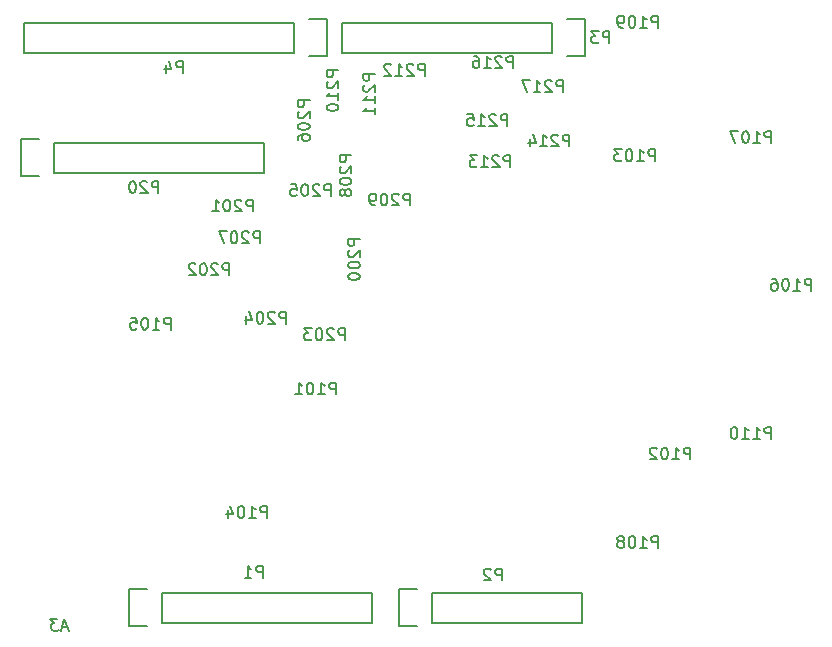
<source format=gbo>
G04 #@! TF.FileFunction,Legend,Bot*
%FSLAX46Y46*%
G04 Gerber Fmt 4.6, Leading zero omitted, Abs format (unit mm)*
G04 Created by KiCad (PCBNEW (2016-05-05 BZR 6775)-product) date 2016 August 31, Wednesday 02:40:09*
%MOMM*%
%LPD*%
G01*
G04 APERTURE LIST*
%ADD10C,0.020000*%
%ADD11C,0.150000*%
%ADD12R,1.927200X2.232000*%
%ADD13O,1.927200X2.232000*%
%ADD14C,4.700000*%
%ADD15C,2.700000*%
%ADD16R,2.232000X1.927200*%
%ADD17O,2.232000X1.927200*%
G04 APERTURE END LIST*
D10*
D11*
X92355119Y-151566666D02*
X91878928Y-151566666D01*
X92486071Y-151852380D02*
X92027738Y-150852380D01*
X91819404Y-151852380D01*
X91456309Y-150852380D02*
X90837261Y-150852380D01*
X91218214Y-151233333D01*
X91075357Y-151233333D01*
X90986071Y-151280952D01*
X90944404Y-151328571D01*
X90908690Y-151423809D01*
X90938452Y-151661904D01*
X90997976Y-151757142D01*
X91051547Y-151804761D01*
X91152738Y-151852380D01*
X91438452Y-151852380D01*
X91527738Y-151804761D01*
X91569404Y-151757142D01*
X100330000Y-151169000D02*
X118110000Y-151169000D01*
X118110000Y-151169000D02*
X118110000Y-148629000D01*
X118110000Y-148629000D02*
X100330000Y-148629000D01*
X97510000Y-151449000D02*
X99060000Y-151449000D01*
X100330000Y-151169000D02*
X100330000Y-148629000D01*
X99060000Y-148349000D02*
X97510000Y-148349000D01*
X97510000Y-148349000D02*
X97510000Y-151449000D01*
X123190000Y-151169000D02*
X135890000Y-151169000D01*
X135890000Y-151169000D02*
X135890000Y-148629000D01*
X135890000Y-148629000D02*
X123190000Y-148629000D01*
X120370000Y-151449000D02*
X121920000Y-151449000D01*
X123190000Y-151169000D02*
X123190000Y-148629000D01*
X121920000Y-148349000D02*
X120370000Y-148349000D01*
X120370000Y-148349000D02*
X120370000Y-151449000D01*
X133350000Y-100369000D02*
X115570000Y-100369000D01*
X115570000Y-100369000D02*
X115570000Y-102909000D01*
X115570000Y-102909000D02*
X133350000Y-102909000D01*
X136170000Y-100089000D02*
X134620000Y-100089000D01*
X133350000Y-100369000D02*
X133350000Y-102909000D01*
X134620000Y-103189000D02*
X136170000Y-103189000D01*
X136170000Y-103189000D02*
X136170000Y-100089000D01*
X111506000Y-100369000D02*
X88646000Y-100369000D01*
X88646000Y-100369000D02*
X88646000Y-102909000D01*
X88646000Y-102909000D02*
X111506000Y-102909000D01*
X114326000Y-100089000D02*
X112776000Y-100089000D01*
X111506000Y-100369000D02*
X111506000Y-102909000D01*
X112776000Y-103189000D02*
X114326000Y-103189000D01*
X114326000Y-103189000D02*
X114326000Y-100089000D01*
X91186000Y-110529000D02*
X108966000Y-110529000D01*
X108966000Y-110529000D02*
X108966000Y-113069000D01*
X108966000Y-113069000D02*
X91186000Y-113069000D01*
X88366000Y-110249000D02*
X89916000Y-110249000D01*
X91186000Y-110529000D02*
X91186000Y-113069000D01*
X89916000Y-113349000D02*
X88366000Y-113349000D01*
X88366000Y-113349000D02*
X88366000Y-110249000D01*
X108858095Y-147352380D02*
X108858095Y-146352380D01*
X108477142Y-146352380D01*
X108381904Y-146400000D01*
X108334285Y-146447619D01*
X108286666Y-146542857D01*
X108286666Y-146685714D01*
X108334285Y-146780952D01*
X108381904Y-146828571D01*
X108477142Y-146876190D01*
X108858095Y-146876190D01*
X107334285Y-147352380D02*
X107905714Y-147352380D01*
X107620000Y-147352380D02*
X107620000Y-146352380D01*
X107715238Y-146495238D01*
X107810476Y-146590476D01*
X107905714Y-146638095D01*
X129108095Y-147602380D02*
X129108095Y-146602380D01*
X128727142Y-146602380D01*
X128631904Y-146650000D01*
X128584285Y-146697619D01*
X128536666Y-146792857D01*
X128536666Y-146935714D01*
X128584285Y-147030952D01*
X128631904Y-147078571D01*
X128727142Y-147126190D01*
X129108095Y-147126190D01*
X128155714Y-146697619D02*
X128108095Y-146650000D01*
X128012857Y-146602380D01*
X127774761Y-146602380D01*
X127679523Y-146650000D01*
X127631904Y-146697619D01*
X127584285Y-146792857D01*
X127584285Y-146888095D01*
X127631904Y-147030952D01*
X128203333Y-147602380D01*
X127584285Y-147602380D01*
X138208095Y-102102380D02*
X138208095Y-101102380D01*
X137827142Y-101102380D01*
X137731904Y-101150000D01*
X137684285Y-101197619D01*
X137636666Y-101292857D01*
X137636666Y-101435714D01*
X137684285Y-101530952D01*
X137731904Y-101578571D01*
X137827142Y-101626190D01*
X138208095Y-101626190D01*
X137303333Y-101102380D02*
X136684285Y-101102380D01*
X137017619Y-101483333D01*
X136874761Y-101483333D01*
X136779523Y-101530952D01*
X136731904Y-101578571D01*
X136684285Y-101673809D01*
X136684285Y-101911904D01*
X136731904Y-102007142D01*
X136779523Y-102054761D01*
X136874761Y-102102380D01*
X137160476Y-102102380D01*
X137255714Y-102054761D01*
X137303333Y-102007142D01*
X102084095Y-104631380D02*
X102084095Y-103631380D01*
X101703142Y-103631380D01*
X101607904Y-103679000D01*
X101560285Y-103726619D01*
X101512666Y-103821857D01*
X101512666Y-103964714D01*
X101560285Y-104059952D01*
X101607904Y-104107571D01*
X101703142Y-104155190D01*
X102084095Y-104155190D01*
X100655523Y-103964714D02*
X100655523Y-104631380D01*
X100893619Y-103583761D02*
X101131714Y-104298047D01*
X100512666Y-104298047D01*
X100020285Y-114791380D02*
X100020285Y-113791380D01*
X99639333Y-113791380D01*
X99544095Y-113839000D01*
X99496476Y-113886619D01*
X99448857Y-113981857D01*
X99448857Y-114124714D01*
X99496476Y-114219952D01*
X99544095Y-114267571D01*
X99639333Y-114315190D01*
X100020285Y-114315190D01*
X99067904Y-113886619D02*
X99020285Y-113839000D01*
X98925047Y-113791380D01*
X98686952Y-113791380D01*
X98591714Y-113839000D01*
X98544095Y-113886619D01*
X98496476Y-113981857D01*
X98496476Y-114077095D01*
X98544095Y-114219952D01*
X99115523Y-114791380D01*
X98496476Y-114791380D01*
X97877428Y-113791380D02*
X97782190Y-113791380D01*
X97686952Y-113839000D01*
X97639333Y-113886619D01*
X97591714Y-113981857D01*
X97544095Y-114172333D01*
X97544095Y-114410428D01*
X97591714Y-114600904D01*
X97639333Y-114696142D01*
X97686952Y-114743761D01*
X97782190Y-114791380D01*
X97877428Y-114791380D01*
X97972666Y-114743761D01*
X98020285Y-114696142D01*
X98067904Y-114600904D01*
X98115523Y-114410428D01*
X98115523Y-114172333D01*
X98067904Y-113981857D01*
X98020285Y-113886619D01*
X97972666Y-113839000D01*
X97877428Y-113791380D01*
X109210476Y-142302380D02*
X109210476Y-141302380D01*
X108829523Y-141302380D01*
X108734285Y-141350000D01*
X108686666Y-141397619D01*
X108639047Y-141492857D01*
X108639047Y-141635714D01*
X108686666Y-141730952D01*
X108734285Y-141778571D01*
X108829523Y-141826190D01*
X109210476Y-141826190D01*
X107686666Y-142302380D02*
X108258095Y-142302380D01*
X107972380Y-142302380D02*
X107972380Y-141302380D01*
X108067619Y-141445238D01*
X108162857Y-141540476D01*
X108258095Y-141588095D01*
X107067619Y-141302380D02*
X106972380Y-141302380D01*
X106877142Y-141350000D01*
X106829523Y-141397619D01*
X106781904Y-141492857D01*
X106734285Y-141683333D01*
X106734285Y-141921428D01*
X106781904Y-142111904D01*
X106829523Y-142207142D01*
X106877142Y-142254761D01*
X106972380Y-142302380D01*
X107067619Y-142302380D01*
X107162857Y-142254761D01*
X107210476Y-142207142D01*
X107258095Y-142111904D01*
X107305714Y-141921428D01*
X107305714Y-141683333D01*
X107258095Y-141492857D01*
X107210476Y-141397619D01*
X107162857Y-141350000D01*
X107067619Y-141302380D01*
X105877142Y-141635714D02*
X105877142Y-142302380D01*
X106115238Y-141254761D02*
X106353333Y-141969047D01*
X105734285Y-141969047D01*
X101060476Y-126352380D02*
X101060476Y-125352380D01*
X100679523Y-125352380D01*
X100584285Y-125400000D01*
X100536666Y-125447619D01*
X100489047Y-125542857D01*
X100489047Y-125685714D01*
X100536666Y-125780952D01*
X100584285Y-125828571D01*
X100679523Y-125876190D01*
X101060476Y-125876190D01*
X99536666Y-126352380D02*
X100108095Y-126352380D01*
X99822380Y-126352380D02*
X99822380Y-125352380D01*
X99917619Y-125495238D01*
X100012857Y-125590476D01*
X100108095Y-125638095D01*
X98917619Y-125352380D02*
X98822380Y-125352380D01*
X98727142Y-125400000D01*
X98679523Y-125447619D01*
X98631904Y-125542857D01*
X98584285Y-125733333D01*
X98584285Y-125971428D01*
X98631904Y-126161904D01*
X98679523Y-126257142D01*
X98727142Y-126304761D01*
X98822380Y-126352380D01*
X98917619Y-126352380D01*
X99012857Y-126304761D01*
X99060476Y-126257142D01*
X99108095Y-126161904D01*
X99155714Y-125971428D01*
X99155714Y-125733333D01*
X99108095Y-125542857D01*
X99060476Y-125447619D01*
X99012857Y-125400000D01*
X98917619Y-125352380D01*
X97679523Y-125352380D02*
X98155714Y-125352380D01*
X98203333Y-125828571D01*
X98155714Y-125780952D01*
X98060476Y-125733333D01*
X97822380Y-125733333D01*
X97727142Y-125780952D01*
X97679523Y-125828571D01*
X97631904Y-125923809D01*
X97631904Y-126161904D01*
X97679523Y-126257142D01*
X97727142Y-126304761D01*
X97822380Y-126352380D01*
X98060476Y-126352380D01*
X98155714Y-126304761D01*
X98203333Y-126257142D01*
X155310476Y-123052380D02*
X155310476Y-122052380D01*
X154929523Y-122052380D01*
X154834285Y-122100000D01*
X154786666Y-122147619D01*
X154739047Y-122242857D01*
X154739047Y-122385714D01*
X154786666Y-122480952D01*
X154834285Y-122528571D01*
X154929523Y-122576190D01*
X155310476Y-122576190D01*
X153786666Y-123052380D02*
X154358095Y-123052380D01*
X154072380Y-123052380D02*
X154072380Y-122052380D01*
X154167619Y-122195238D01*
X154262857Y-122290476D01*
X154358095Y-122338095D01*
X153167619Y-122052380D02*
X153072380Y-122052380D01*
X152977142Y-122100000D01*
X152929523Y-122147619D01*
X152881904Y-122242857D01*
X152834285Y-122433333D01*
X152834285Y-122671428D01*
X152881904Y-122861904D01*
X152929523Y-122957142D01*
X152977142Y-123004761D01*
X153072380Y-123052380D01*
X153167619Y-123052380D01*
X153262857Y-123004761D01*
X153310476Y-122957142D01*
X153358095Y-122861904D01*
X153405714Y-122671428D01*
X153405714Y-122433333D01*
X153358095Y-122242857D01*
X153310476Y-122147619D01*
X153262857Y-122100000D01*
X153167619Y-122052380D01*
X151977142Y-122052380D02*
X152167619Y-122052380D01*
X152262857Y-122100000D01*
X152310476Y-122147619D01*
X152405714Y-122290476D01*
X152453333Y-122480952D01*
X152453333Y-122861904D01*
X152405714Y-122957142D01*
X152358095Y-123004761D01*
X152262857Y-123052380D01*
X152072380Y-123052380D01*
X151977142Y-123004761D01*
X151929523Y-122957142D01*
X151881904Y-122861904D01*
X151881904Y-122623809D01*
X151929523Y-122528571D01*
X151977142Y-122480952D01*
X152072380Y-122433333D01*
X152262857Y-122433333D01*
X152358095Y-122480952D01*
X152405714Y-122528571D01*
X152453333Y-122623809D01*
X115810476Y-127252380D02*
X115810476Y-126252380D01*
X115429523Y-126252380D01*
X115334285Y-126300000D01*
X115286666Y-126347619D01*
X115239047Y-126442857D01*
X115239047Y-126585714D01*
X115286666Y-126680952D01*
X115334285Y-126728571D01*
X115429523Y-126776190D01*
X115810476Y-126776190D01*
X114858095Y-126347619D02*
X114810476Y-126300000D01*
X114715238Y-126252380D01*
X114477142Y-126252380D01*
X114381904Y-126300000D01*
X114334285Y-126347619D01*
X114286666Y-126442857D01*
X114286666Y-126538095D01*
X114334285Y-126680952D01*
X114905714Y-127252380D01*
X114286666Y-127252380D01*
X113667619Y-126252380D02*
X113572380Y-126252380D01*
X113477142Y-126300000D01*
X113429523Y-126347619D01*
X113381904Y-126442857D01*
X113334285Y-126633333D01*
X113334285Y-126871428D01*
X113381904Y-127061904D01*
X113429523Y-127157142D01*
X113477142Y-127204761D01*
X113572380Y-127252380D01*
X113667619Y-127252380D01*
X113762857Y-127204761D01*
X113810476Y-127157142D01*
X113858095Y-127061904D01*
X113905714Y-126871428D01*
X113905714Y-126633333D01*
X113858095Y-126442857D01*
X113810476Y-126347619D01*
X113762857Y-126300000D01*
X113667619Y-126252380D01*
X113000952Y-126252380D02*
X112381904Y-126252380D01*
X112715238Y-126633333D01*
X112572380Y-126633333D01*
X112477142Y-126680952D01*
X112429523Y-126728571D01*
X112381904Y-126823809D01*
X112381904Y-127061904D01*
X112429523Y-127157142D01*
X112477142Y-127204761D01*
X112572380Y-127252380D01*
X112858095Y-127252380D01*
X112953333Y-127204761D01*
X113000952Y-127157142D01*
X114610476Y-115052380D02*
X114610476Y-114052380D01*
X114229523Y-114052380D01*
X114134285Y-114100000D01*
X114086666Y-114147619D01*
X114039047Y-114242857D01*
X114039047Y-114385714D01*
X114086666Y-114480952D01*
X114134285Y-114528571D01*
X114229523Y-114576190D01*
X114610476Y-114576190D01*
X113658095Y-114147619D02*
X113610476Y-114100000D01*
X113515238Y-114052380D01*
X113277142Y-114052380D01*
X113181904Y-114100000D01*
X113134285Y-114147619D01*
X113086666Y-114242857D01*
X113086666Y-114338095D01*
X113134285Y-114480952D01*
X113705714Y-115052380D01*
X113086666Y-115052380D01*
X112467619Y-114052380D02*
X112372380Y-114052380D01*
X112277142Y-114100000D01*
X112229523Y-114147619D01*
X112181904Y-114242857D01*
X112134285Y-114433333D01*
X112134285Y-114671428D01*
X112181904Y-114861904D01*
X112229523Y-114957142D01*
X112277142Y-115004761D01*
X112372380Y-115052380D01*
X112467619Y-115052380D01*
X112562857Y-115004761D01*
X112610476Y-114957142D01*
X112658095Y-114861904D01*
X112705714Y-114671428D01*
X112705714Y-114433333D01*
X112658095Y-114242857D01*
X112610476Y-114147619D01*
X112562857Y-114100000D01*
X112467619Y-114052380D01*
X111229523Y-114052380D02*
X111705714Y-114052380D01*
X111753333Y-114528571D01*
X111705714Y-114480952D01*
X111610476Y-114433333D01*
X111372380Y-114433333D01*
X111277142Y-114480952D01*
X111229523Y-114528571D01*
X111181904Y-114623809D01*
X111181904Y-114861904D01*
X111229523Y-114957142D01*
X111277142Y-115004761D01*
X111372380Y-115052380D01*
X111610476Y-115052380D01*
X111705714Y-115004761D01*
X111753333Y-114957142D01*
X110810476Y-125852380D02*
X110810476Y-124852380D01*
X110429523Y-124852380D01*
X110334285Y-124900000D01*
X110286666Y-124947619D01*
X110239047Y-125042857D01*
X110239047Y-125185714D01*
X110286666Y-125280952D01*
X110334285Y-125328571D01*
X110429523Y-125376190D01*
X110810476Y-125376190D01*
X109858095Y-124947619D02*
X109810476Y-124900000D01*
X109715238Y-124852380D01*
X109477142Y-124852380D01*
X109381904Y-124900000D01*
X109334285Y-124947619D01*
X109286666Y-125042857D01*
X109286666Y-125138095D01*
X109334285Y-125280952D01*
X109905714Y-125852380D01*
X109286666Y-125852380D01*
X108667619Y-124852380D02*
X108572380Y-124852380D01*
X108477142Y-124900000D01*
X108429523Y-124947619D01*
X108381904Y-125042857D01*
X108334285Y-125233333D01*
X108334285Y-125471428D01*
X108381904Y-125661904D01*
X108429523Y-125757142D01*
X108477142Y-125804761D01*
X108572380Y-125852380D01*
X108667619Y-125852380D01*
X108762857Y-125804761D01*
X108810476Y-125757142D01*
X108858095Y-125661904D01*
X108905714Y-125471428D01*
X108905714Y-125233333D01*
X108858095Y-125042857D01*
X108810476Y-124947619D01*
X108762857Y-124900000D01*
X108667619Y-124852380D01*
X107477142Y-125185714D02*
X107477142Y-125852380D01*
X107715238Y-124804761D02*
X107953333Y-125519047D01*
X107334285Y-125519047D01*
X106010476Y-121752380D02*
X106010476Y-120752380D01*
X105629523Y-120752380D01*
X105534285Y-120800000D01*
X105486666Y-120847619D01*
X105439047Y-120942857D01*
X105439047Y-121085714D01*
X105486666Y-121180952D01*
X105534285Y-121228571D01*
X105629523Y-121276190D01*
X106010476Y-121276190D01*
X105058095Y-120847619D02*
X105010476Y-120800000D01*
X104915238Y-120752380D01*
X104677142Y-120752380D01*
X104581904Y-120800000D01*
X104534285Y-120847619D01*
X104486666Y-120942857D01*
X104486666Y-121038095D01*
X104534285Y-121180952D01*
X105105714Y-121752380D01*
X104486666Y-121752380D01*
X103867619Y-120752380D02*
X103772380Y-120752380D01*
X103677142Y-120800000D01*
X103629523Y-120847619D01*
X103581904Y-120942857D01*
X103534285Y-121133333D01*
X103534285Y-121371428D01*
X103581904Y-121561904D01*
X103629523Y-121657142D01*
X103677142Y-121704761D01*
X103772380Y-121752380D01*
X103867619Y-121752380D01*
X103962857Y-121704761D01*
X104010476Y-121657142D01*
X104058095Y-121561904D01*
X104105714Y-121371428D01*
X104105714Y-121133333D01*
X104058095Y-120942857D01*
X104010476Y-120847619D01*
X103962857Y-120800000D01*
X103867619Y-120752380D01*
X103153333Y-120847619D02*
X103105714Y-120800000D01*
X103010476Y-120752380D01*
X102772380Y-120752380D01*
X102677142Y-120800000D01*
X102629523Y-120847619D01*
X102581904Y-120942857D01*
X102581904Y-121038095D01*
X102629523Y-121180952D01*
X103200952Y-121752380D01*
X102581904Y-121752380D01*
X108010476Y-116352380D02*
X108010476Y-115352380D01*
X107629523Y-115352380D01*
X107534285Y-115400000D01*
X107486666Y-115447619D01*
X107439047Y-115542857D01*
X107439047Y-115685714D01*
X107486666Y-115780952D01*
X107534285Y-115828571D01*
X107629523Y-115876190D01*
X108010476Y-115876190D01*
X107058095Y-115447619D02*
X107010476Y-115400000D01*
X106915238Y-115352380D01*
X106677142Y-115352380D01*
X106581904Y-115400000D01*
X106534285Y-115447619D01*
X106486666Y-115542857D01*
X106486666Y-115638095D01*
X106534285Y-115780952D01*
X107105714Y-116352380D01*
X106486666Y-116352380D01*
X105867619Y-115352380D02*
X105772380Y-115352380D01*
X105677142Y-115400000D01*
X105629523Y-115447619D01*
X105581904Y-115542857D01*
X105534285Y-115733333D01*
X105534285Y-115971428D01*
X105581904Y-116161904D01*
X105629523Y-116257142D01*
X105677142Y-116304761D01*
X105772380Y-116352380D01*
X105867619Y-116352380D01*
X105962857Y-116304761D01*
X106010476Y-116257142D01*
X106058095Y-116161904D01*
X106105714Y-115971428D01*
X106105714Y-115733333D01*
X106058095Y-115542857D01*
X106010476Y-115447619D01*
X105962857Y-115400000D01*
X105867619Y-115352380D01*
X104581904Y-116352380D02*
X105153333Y-116352380D01*
X104867619Y-116352380D02*
X104867619Y-115352380D01*
X104962857Y-115495238D01*
X105058095Y-115590476D01*
X105153333Y-115638095D01*
X117072380Y-118709523D02*
X116072380Y-118709523D01*
X116072380Y-119090476D01*
X116120000Y-119185714D01*
X116167619Y-119233333D01*
X116262857Y-119280952D01*
X116405714Y-119280952D01*
X116500952Y-119233333D01*
X116548571Y-119185714D01*
X116596190Y-119090476D01*
X116596190Y-118709523D01*
X116167619Y-119661904D02*
X116120000Y-119709523D01*
X116072380Y-119804761D01*
X116072380Y-120042857D01*
X116120000Y-120138095D01*
X116167619Y-120185714D01*
X116262857Y-120233333D01*
X116358095Y-120233333D01*
X116500952Y-120185714D01*
X117072380Y-119614285D01*
X117072380Y-120233333D01*
X116072380Y-120852380D02*
X116072380Y-120947619D01*
X116120000Y-121042857D01*
X116167619Y-121090476D01*
X116262857Y-121138095D01*
X116453333Y-121185714D01*
X116691428Y-121185714D01*
X116881904Y-121138095D01*
X116977142Y-121090476D01*
X117024761Y-121042857D01*
X117072380Y-120947619D01*
X117072380Y-120852380D01*
X117024761Y-120757142D01*
X116977142Y-120709523D01*
X116881904Y-120661904D01*
X116691428Y-120614285D01*
X116453333Y-120614285D01*
X116262857Y-120661904D01*
X116167619Y-120709523D01*
X116120000Y-120757142D01*
X116072380Y-120852380D01*
X116072380Y-121804761D02*
X116072380Y-121900000D01*
X116120000Y-121995238D01*
X116167619Y-122042857D01*
X116262857Y-122090476D01*
X116453333Y-122138095D01*
X116691428Y-122138095D01*
X116881904Y-122090476D01*
X116977142Y-122042857D01*
X117024761Y-121995238D01*
X117072380Y-121900000D01*
X117072380Y-121804761D01*
X117024761Y-121709523D01*
X116977142Y-121661904D01*
X116881904Y-121614285D01*
X116691428Y-121566666D01*
X116453333Y-121566666D01*
X116262857Y-121614285D01*
X116167619Y-121661904D01*
X116120000Y-121709523D01*
X116072380Y-121804761D01*
X115060476Y-131852380D02*
X115060476Y-130852380D01*
X114679523Y-130852380D01*
X114584285Y-130900000D01*
X114536666Y-130947619D01*
X114489047Y-131042857D01*
X114489047Y-131185714D01*
X114536666Y-131280952D01*
X114584285Y-131328571D01*
X114679523Y-131376190D01*
X115060476Y-131376190D01*
X113536666Y-131852380D02*
X114108095Y-131852380D01*
X113822380Y-131852380D02*
X113822380Y-130852380D01*
X113917619Y-130995238D01*
X114012857Y-131090476D01*
X114108095Y-131138095D01*
X112917619Y-130852380D02*
X112822380Y-130852380D01*
X112727142Y-130900000D01*
X112679523Y-130947619D01*
X112631904Y-131042857D01*
X112584285Y-131233333D01*
X112584285Y-131471428D01*
X112631904Y-131661904D01*
X112679523Y-131757142D01*
X112727142Y-131804761D01*
X112822380Y-131852380D01*
X112917619Y-131852380D01*
X113012857Y-131804761D01*
X113060476Y-131757142D01*
X113108095Y-131661904D01*
X113155714Y-131471428D01*
X113155714Y-131233333D01*
X113108095Y-131042857D01*
X113060476Y-130947619D01*
X113012857Y-130900000D01*
X112917619Y-130852380D01*
X111631904Y-131852380D02*
X112203333Y-131852380D01*
X111917619Y-131852380D02*
X111917619Y-130852380D01*
X112012857Y-130995238D01*
X112108095Y-131090476D01*
X112203333Y-131138095D01*
X145060476Y-137352380D02*
X145060476Y-136352380D01*
X144679523Y-136352380D01*
X144584285Y-136400000D01*
X144536666Y-136447619D01*
X144489047Y-136542857D01*
X144489047Y-136685714D01*
X144536666Y-136780952D01*
X144584285Y-136828571D01*
X144679523Y-136876190D01*
X145060476Y-136876190D01*
X143536666Y-137352380D02*
X144108095Y-137352380D01*
X143822380Y-137352380D02*
X143822380Y-136352380D01*
X143917619Y-136495238D01*
X144012857Y-136590476D01*
X144108095Y-136638095D01*
X142917619Y-136352380D02*
X142822380Y-136352380D01*
X142727142Y-136400000D01*
X142679523Y-136447619D01*
X142631904Y-136542857D01*
X142584285Y-136733333D01*
X142584285Y-136971428D01*
X142631904Y-137161904D01*
X142679523Y-137257142D01*
X142727142Y-137304761D01*
X142822380Y-137352380D01*
X142917619Y-137352380D01*
X143012857Y-137304761D01*
X143060476Y-137257142D01*
X143108095Y-137161904D01*
X143155714Y-136971428D01*
X143155714Y-136733333D01*
X143108095Y-136542857D01*
X143060476Y-136447619D01*
X143012857Y-136400000D01*
X142917619Y-136352380D01*
X142203333Y-136447619D02*
X142155714Y-136400000D01*
X142060476Y-136352380D01*
X141822380Y-136352380D01*
X141727142Y-136400000D01*
X141679523Y-136447619D01*
X141631904Y-136542857D01*
X141631904Y-136638095D01*
X141679523Y-136780952D01*
X142250952Y-137352380D01*
X141631904Y-137352380D01*
X142060476Y-112102380D02*
X142060476Y-111102380D01*
X141679523Y-111102380D01*
X141584285Y-111150000D01*
X141536666Y-111197619D01*
X141489047Y-111292857D01*
X141489047Y-111435714D01*
X141536666Y-111530952D01*
X141584285Y-111578571D01*
X141679523Y-111626190D01*
X142060476Y-111626190D01*
X140536666Y-112102380D02*
X141108095Y-112102380D01*
X140822380Y-112102380D02*
X140822380Y-111102380D01*
X140917619Y-111245238D01*
X141012857Y-111340476D01*
X141108095Y-111388095D01*
X139917619Y-111102380D02*
X139822380Y-111102380D01*
X139727142Y-111150000D01*
X139679523Y-111197619D01*
X139631904Y-111292857D01*
X139584285Y-111483333D01*
X139584285Y-111721428D01*
X139631904Y-111911904D01*
X139679523Y-112007142D01*
X139727142Y-112054761D01*
X139822380Y-112102380D01*
X139917619Y-112102380D01*
X140012857Y-112054761D01*
X140060476Y-112007142D01*
X140108095Y-111911904D01*
X140155714Y-111721428D01*
X140155714Y-111483333D01*
X140108095Y-111292857D01*
X140060476Y-111197619D01*
X140012857Y-111150000D01*
X139917619Y-111102380D01*
X139250952Y-111102380D02*
X138631904Y-111102380D01*
X138965238Y-111483333D01*
X138822380Y-111483333D01*
X138727142Y-111530952D01*
X138679523Y-111578571D01*
X138631904Y-111673809D01*
X138631904Y-111911904D01*
X138679523Y-112007142D01*
X138727142Y-112054761D01*
X138822380Y-112102380D01*
X139108095Y-112102380D01*
X139203333Y-112054761D01*
X139250952Y-112007142D01*
X112822380Y-106959523D02*
X111822380Y-106959523D01*
X111822380Y-107340476D01*
X111870000Y-107435714D01*
X111917619Y-107483333D01*
X112012857Y-107530952D01*
X112155714Y-107530952D01*
X112250952Y-107483333D01*
X112298571Y-107435714D01*
X112346190Y-107340476D01*
X112346190Y-106959523D01*
X111917619Y-107911904D02*
X111870000Y-107959523D01*
X111822380Y-108054761D01*
X111822380Y-108292857D01*
X111870000Y-108388095D01*
X111917619Y-108435714D01*
X112012857Y-108483333D01*
X112108095Y-108483333D01*
X112250952Y-108435714D01*
X112822380Y-107864285D01*
X112822380Y-108483333D01*
X111822380Y-109102380D02*
X111822380Y-109197619D01*
X111870000Y-109292857D01*
X111917619Y-109340476D01*
X112012857Y-109388095D01*
X112203333Y-109435714D01*
X112441428Y-109435714D01*
X112631904Y-109388095D01*
X112727142Y-109340476D01*
X112774761Y-109292857D01*
X112822380Y-109197619D01*
X112822380Y-109102380D01*
X112774761Y-109007142D01*
X112727142Y-108959523D01*
X112631904Y-108911904D01*
X112441428Y-108864285D01*
X112203333Y-108864285D01*
X112012857Y-108911904D01*
X111917619Y-108959523D01*
X111870000Y-109007142D01*
X111822380Y-109102380D01*
X111822380Y-110292857D02*
X111822380Y-110102380D01*
X111870000Y-110007142D01*
X111917619Y-109959523D01*
X112060476Y-109864285D01*
X112250952Y-109816666D01*
X112631904Y-109816666D01*
X112727142Y-109864285D01*
X112774761Y-109911904D01*
X112822380Y-110007142D01*
X112822380Y-110197619D01*
X112774761Y-110292857D01*
X112727142Y-110340476D01*
X112631904Y-110388095D01*
X112393809Y-110388095D01*
X112298571Y-110340476D01*
X112250952Y-110292857D01*
X112203333Y-110197619D01*
X112203333Y-110007142D01*
X112250952Y-109911904D01*
X112298571Y-109864285D01*
X112393809Y-109816666D01*
X108610476Y-119052380D02*
X108610476Y-118052380D01*
X108229523Y-118052380D01*
X108134285Y-118100000D01*
X108086666Y-118147619D01*
X108039047Y-118242857D01*
X108039047Y-118385714D01*
X108086666Y-118480952D01*
X108134285Y-118528571D01*
X108229523Y-118576190D01*
X108610476Y-118576190D01*
X107658095Y-118147619D02*
X107610476Y-118100000D01*
X107515238Y-118052380D01*
X107277142Y-118052380D01*
X107181904Y-118100000D01*
X107134285Y-118147619D01*
X107086666Y-118242857D01*
X107086666Y-118338095D01*
X107134285Y-118480952D01*
X107705714Y-119052380D01*
X107086666Y-119052380D01*
X106467619Y-118052380D02*
X106372380Y-118052380D01*
X106277142Y-118100000D01*
X106229523Y-118147619D01*
X106181904Y-118242857D01*
X106134285Y-118433333D01*
X106134285Y-118671428D01*
X106181904Y-118861904D01*
X106229523Y-118957142D01*
X106277142Y-119004761D01*
X106372380Y-119052380D01*
X106467619Y-119052380D01*
X106562857Y-119004761D01*
X106610476Y-118957142D01*
X106658095Y-118861904D01*
X106705714Y-118671428D01*
X106705714Y-118433333D01*
X106658095Y-118242857D01*
X106610476Y-118147619D01*
X106562857Y-118100000D01*
X106467619Y-118052380D01*
X105800952Y-118052380D02*
X105134285Y-118052380D01*
X105562857Y-119052380D01*
X116372380Y-111609523D02*
X115372380Y-111609523D01*
X115372380Y-111990476D01*
X115420000Y-112085714D01*
X115467619Y-112133333D01*
X115562857Y-112180952D01*
X115705714Y-112180952D01*
X115800952Y-112133333D01*
X115848571Y-112085714D01*
X115896190Y-111990476D01*
X115896190Y-111609523D01*
X115467619Y-112561904D02*
X115420000Y-112609523D01*
X115372380Y-112704761D01*
X115372380Y-112942857D01*
X115420000Y-113038095D01*
X115467619Y-113085714D01*
X115562857Y-113133333D01*
X115658095Y-113133333D01*
X115800952Y-113085714D01*
X116372380Y-112514285D01*
X116372380Y-113133333D01*
X115372380Y-113752380D02*
X115372380Y-113847619D01*
X115420000Y-113942857D01*
X115467619Y-113990476D01*
X115562857Y-114038095D01*
X115753333Y-114085714D01*
X115991428Y-114085714D01*
X116181904Y-114038095D01*
X116277142Y-113990476D01*
X116324761Y-113942857D01*
X116372380Y-113847619D01*
X116372380Y-113752380D01*
X116324761Y-113657142D01*
X116277142Y-113609523D01*
X116181904Y-113561904D01*
X115991428Y-113514285D01*
X115753333Y-113514285D01*
X115562857Y-113561904D01*
X115467619Y-113609523D01*
X115420000Y-113657142D01*
X115372380Y-113752380D01*
X115800952Y-114657142D02*
X115753333Y-114561904D01*
X115705714Y-114514285D01*
X115610476Y-114466666D01*
X115562857Y-114466666D01*
X115467619Y-114514285D01*
X115420000Y-114561904D01*
X115372380Y-114657142D01*
X115372380Y-114847619D01*
X115420000Y-114942857D01*
X115467619Y-114990476D01*
X115562857Y-115038095D01*
X115610476Y-115038095D01*
X115705714Y-114990476D01*
X115753333Y-114942857D01*
X115800952Y-114847619D01*
X115800952Y-114657142D01*
X115848571Y-114561904D01*
X115896190Y-114514285D01*
X115991428Y-114466666D01*
X116181904Y-114466666D01*
X116277142Y-114514285D01*
X116324761Y-114561904D01*
X116372380Y-114657142D01*
X116372380Y-114847619D01*
X116324761Y-114942857D01*
X116277142Y-114990476D01*
X116181904Y-115038095D01*
X115991428Y-115038095D01*
X115896190Y-114990476D01*
X115848571Y-114942857D01*
X115800952Y-114847619D01*
X121310476Y-115852380D02*
X121310476Y-114852380D01*
X120929523Y-114852380D01*
X120834285Y-114900000D01*
X120786666Y-114947619D01*
X120739047Y-115042857D01*
X120739047Y-115185714D01*
X120786666Y-115280952D01*
X120834285Y-115328571D01*
X120929523Y-115376190D01*
X121310476Y-115376190D01*
X120358095Y-114947619D02*
X120310476Y-114900000D01*
X120215238Y-114852380D01*
X119977142Y-114852380D01*
X119881904Y-114900000D01*
X119834285Y-114947619D01*
X119786666Y-115042857D01*
X119786666Y-115138095D01*
X119834285Y-115280952D01*
X120405714Y-115852380D01*
X119786666Y-115852380D01*
X119167619Y-114852380D02*
X119072380Y-114852380D01*
X118977142Y-114900000D01*
X118929523Y-114947619D01*
X118881904Y-115042857D01*
X118834285Y-115233333D01*
X118834285Y-115471428D01*
X118881904Y-115661904D01*
X118929523Y-115757142D01*
X118977142Y-115804761D01*
X119072380Y-115852380D01*
X119167619Y-115852380D01*
X119262857Y-115804761D01*
X119310476Y-115757142D01*
X119358095Y-115661904D01*
X119405714Y-115471428D01*
X119405714Y-115233333D01*
X119358095Y-115042857D01*
X119310476Y-114947619D01*
X119262857Y-114900000D01*
X119167619Y-114852380D01*
X118358095Y-115852380D02*
X118167619Y-115852380D01*
X118072380Y-115804761D01*
X118024761Y-115757142D01*
X117929523Y-115614285D01*
X117881904Y-115423809D01*
X117881904Y-115042857D01*
X117929523Y-114947619D01*
X117977142Y-114900000D01*
X118072380Y-114852380D01*
X118262857Y-114852380D01*
X118358095Y-114900000D01*
X118405714Y-114947619D01*
X118453333Y-115042857D01*
X118453333Y-115280952D01*
X118405714Y-115376190D01*
X118358095Y-115423809D01*
X118262857Y-115471428D01*
X118072380Y-115471428D01*
X117977142Y-115423809D01*
X117929523Y-115376190D01*
X117881904Y-115280952D01*
X115272380Y-104409523D02*
X114272380Y-104409523D01*
X114272380Y-104790476D01*
X114320000Y-104885714D01*
X114367619Y-104933333D01*
X114462857Y-104980952D01*
X114605714Y-104980952D01*
X114700952Y-104933333D01*
X114748571Y-104885714D01*
X114796190Y-104790476D01*
X114796190Y-104409523D01*
X114367619Y-105361904D02*
X114320000Y-105409523D01*
X114272380Y-105504761D01*
X114272380Y-105742857D01*
X114320000Y-105838095D01*
X114367619Y-105885714D01*
X114462857Y-105933333D01*
X114558095Y-105933333D01*
X114700952Y-105885714D01*
X115272380Y-105314285D01*
X115272380Y-105933333D01*
X115272380Y-106885714D02*
X115272380Y-106314285D01*
X115272380Y-106600000D02*
X114272380Y-106600000D01*
X114415238Y-106504761D01*
X114510476Y-106409523D01*
X114558095Y-106314285D01*
X114272380Y-107504761D02*
X114272380Y-107600000D01*
X114320000Y-107695238D01*
X114367619Y-107742857D01*
X114462857Y-107790476D01*
X114653333Y-107838095D01*
X114891428Y-107838095D01*
X115081904Y-107790476D01*
X115177142Y-107742857D01*
X115224761Y-107695238D01*
X115272380Y-107600000D01*
X115272380Y-107504761D01*
X115224761Y-107409523D01*
X115177142Y-107361904D01*
X115081904Y-107314285D01*
X114891428Y-107266666D01*
X114653333Y-107266666D01*
X114462857Y-107314285D01*
X114367619Y-107361904D01*
X114320000Y-107409523D01*
X114272380Y-107504761D01*
X118372380Y-104709523D02*
X117372380Y-104709523D01*
X117372380Y-105090476D01*
X117420000Y-105185714D01*
X117467619Y-105233333D01*
X117562857Y-105280952D01*
X117705714Y-105280952D01*
X117800952Y-105233333D01*
X117848571Y-105185714D01*
X117896190Y-105090476D01*
X117896190Y-104709523D01*
X117467619Y-105661904D02*
X117420000Y-105709523D01*
X117372380Y-105804761D01*
X117372380Y-106042857D01*
X117420000Y-106138095D01*
X117467619Y-106185714D01*
X117562857Y-106233333D01*
X117658095Y-106233333D01*
X117800952Y-106185714D01*
X118372380Y-105614285D01*
X118372380Y-106233333D01*
X118372380Y-107185714D02*
X118372380Y-106614285D01*
X118372380Y-106900000D02*
X117372380Y-106900000D01*
X117515238Y-106804761D01*
X117610476Y-106709523D01*
X117658095Y-106614285D01*
X118372380Y-108138095D02*
X118372380Y-107566666D01*
X118372380Y-107852380D02*
X117372380Y-107852380D01*
X117515238Y-107757142D01*
X117610476Y-107661904D01*
X117658095Y-107566666D01*
X122560476Y-104852380D02*
X122560476Y-103852380D01*
X122179523Y-103852380D01*
X122084285Y-103900000D01*
X122036666Y-103947619D01*
X121989047Y-104042857D01*
X121989047Y-104185714D01*
X122036666Y-104280952D01*
X122084285Y-104328571D01*
X122179523Y-104376190D01*
X122560476Y-104376190D01*
X121608095Y-103947619D02*
X121560476Y-103900000D01*
X121465238Y-103852380D01*
X121227142Y-103852380D01*
X121131904Y-103900000D01*
X121084285Y-103947619D01*
X121036666Y-104042857D01*
X121036666Y-104138095D01*
X121084285Y-104280952D01*
X121655714Y-104852380D01*
X121036666Y-104852380D01*
X120084285Y-104852380D02*
X120655714Y-104852380D01*
X120370000Y-104852380D02*
X120370000Y-103852380D01*
X120465238Y-103995238D01*
X120560476Y-104090476D01*
X120655714Y-104138095D01*
X119703333Y-103947619D02*
X119655714Y-103900000D01*
X119560476Y-103852380D01*
X119322380Y-103852380D01*
X119227142Y-103900000D01*
X119179523Y-103947619D01*
X119131904Y-104042857D01*
X119131904Y-104138095D01*
X119179523Y-104280952D01*
X119750952Y-104852380D01*
X119131904Y-104852380D01*
X129810476Y-112602380D02*
X129810476Y-111602380D01*
X129429523Y-111602380D01*
X129334285Y-111650000D01*
X129286666Y-111697619D01*
X129239047Y-111792857D01*
X129239047Y-111935714D01*
X129286666Y-112030952D01*
X129334285Y-112078571D01*
X129429523Y-112126190D01*
X129810476Y-112126190D01*
X128858095Y-111697619D02*
X128810476Y-111650000D01*
X128715238Y-111602380D01*
X128477142Y-111602380D01*
X128381904Y-111650000D01*
X128334285Y-111697619D01*
X128286666Y-111792857D01*
X128286666Y-111888095D01*
X128334285Y-112030952D01*
X128905714Y-112602380D01*
X128286666Y-112602380D01*
X127334285Y-112602380D02*
X127905714Y-112602380D01*
X127620000Y-112602380D02*
X127620000Y-111602380D01*
X127715238Y-111745238D01*
X127810476Y-111840476D01*
X127905714Y-111888095D01*
X127000952Y-111602380D02*
X126381904Y-111602380D01*
X126715238Y-111983333D01*
X126572380Y-111983333D01*
X126477142Y-112030952D01*
X126429523Y-112078571D01*
X126381904Y-112173809D01*
X126381904Y-112411904D01*
X126429523Y-112507142D01*
X126477142Y-112554761D01*
X126572380Y-112602380D01*
X126858095Y-112602380D01*
X126953333Y-112554761D01*
X127000952Y-112507142D01*
X134810476Y-110852380D02*
X134810476Y-109852380D01*
X134429523Y-109852380D01*
X134334285Y-109900000D01*
X134286666Y-109947619D01*
X134239047Y-110042857D01*
X134239047Y-110185714D01*
X134286666Y-110280952D01*
X134334285Y-110328571D01*
X134429523Y-110376190D01*
X134810476Y-110376190D01*
X133858095Y-109947619D02*
X133810476Y-109900000D01*
X133715238Y-109852380D01*
X133477142Y-109852380D01*
X133381904Y-109900000D01*
X133334285Y-109947619D01*
X133286666Y-110042857D01*
X133286666Y-110138095D01*
X133334285Y-110280952D01*
X133905714Y-110852380D01*
X133286666Y-110852380D01*
X132334285Y-110852380D02*
X132905714Y-110852380D01*
X132620000Y-110852380D02*
X132620000Y-109852380D01*
X132715238Y-109995238D01*
X132810476Y-110090476D01*
X132905714Y-110138095D01*
X131477142Y-110185714D02*
X131477142Y-110852380D01*
X131715238Y-109804761D02*
X131953333Y-110519047D01*
X131334285Y-110519047D01*
X129560476Y-109102380D02*
X129560476Y-108102380D01*
X129179523Y-108102380D01*
X129084285Y-108150000D01*
X129036666Y-108197619D01*
X128989047Y-108292857D01*
X128989047Y-108435714D01*
X129036666Y-108530952D01*
X129084285Y-108578571D01*
X129179523Y-108626190D01*
X129560476Y-108626190D01*
X128608095Y-108197619D02*
X128560476Y-108150000D01*
X128465238Y-108102380D01*
X128227142Y-108102380D01*
X128131904Y-108150000D01*
X128084285Y-108197619D01*
X128036666Y-108292857D01*
X128036666Y-108388095D01*
X128084285Y-108530952D01*
X128655714Y-109102380D01*
X128036666Y-109102380D01*
X127084285Y-109102380D02*
X127655714Y-109102380D01*
X127370000Y-109102380D02*
X127370000Y-108102380D01*
X127465238Y-108245238D01*
X127560476Y-108340476D01*
X127655714Y-108388095D01*
X126179523Y-108102380D02*
X126655714Y-108102380D01*
X126703333Y-108578571D01*
X126655714Y-108530952D01*
X126560476Y-108483333D01*
X126322380Y-108483333D01*
X126227142Y-108530952D01*
X126179523Y-108578571D01*
X126131904Y-108673809D01*
X126131904Y-108911904D01*
X126179523Y-109007142D01*
X126227142Y-109054761D01*
X126322380Y-109102380D01*
X126560476Y-109102380D01*
X126655714Y-109054761D01*
X126703333Y-109007142D01*
X151910476Y-110552380D02*
X151910476Y-109552380D01*
X151529523Y-109552380D01*
X151434285Y-109600000D01*
X151386666Y-109647619D01*
X151339047Y-109742857D01*
X151339047Y-109885714D01*
X151386666Y-109980952D01*
X151434285Y-110028571D01*
X151529523Y-110076190D01*
X151910476Y-110076190D01*
X150386666Y-110552380D02*
X150958095Y-110552380D01*
X150672380Y-110552380D02*
X150672380Y-109552380D01*
X150767619Y-109695238D01*
X150862857Y-109790476D01*
X150958095Y-109838095D01*
X149767619Y-109552380D02*
X149672380Y-109552380D01*
X149577142Y-109600000D01*
X149529523Y-109647619D01*
X149481904Y-109742857D01*
X149434285Y-109933333D01*
X149434285Y-110171428D01*
X149481904Y-110361904D01*
X149529523Y-110457142D01*
X149577142Y-110504761D01*
X149672380Y-110552380D01*
X149767619Y-110552380D01*
X149862857Y-110504761D01*
X149910476Y-110457142D01*
X149958095Y-110361904D01*
X150005714Y-110171428D01*
X150005714Y-109933333D01*
X149958095Y-109742857D01*
X149910476Y-109647619D01*
X149862857Y-109600000D01*
X149767619Y-109552380D01*
X149100952Y-109552380D02*
X148434285Y-109552380D01*
X148862857Y-110552380D01*
X142310476Y-144852380D02*
X142310476Y-143852380D01*
X141929523Y-143852380D01*
X141834285Y-143900000D01*
X141786666Y-143947619D01*
X141739047Y-144042857D01*
X141739047Y-144185714D01*
X141786666Y-144280952D01*
X141834285Y-144328571D01*
X141929523Y-144376190D01*
X142310476Y-144376190D01*
X140786666Y-144852380D02*
X141358095Y-144852380D01*
X141072380Y-144852380D02*
X141072380Y-143852380D01*
X141167619Y-143995238D01*
X141262857Y-144090476D01*
X141358095Y-144138095D01*
X140167619Y-143852380D02*
X140072380Y-143852380D01*
X139977142Y-143900000D01*
X139929523Y-143947619D01*
X139881904Y-144042857D01*
X139834285Y-144233333D01*
X139834285Y-144471428D01*
X139881904Y-144661904D01*
X139929523Y-144757142D01*
X139977142Y-144804761D01*
X140072380Y-144852380D01*
X140167619Y-144852380D01*
X140262857Y-144804761D01*
X140310476Y-144757142D01*
X140358095Y-144661904D01*
X140405714Y-144471428D01*
X140405714Y-144233333D01*
X140358095Y-144042857D01*
X140310476Y-143947619D01*
X140262857Y-143900000D01*
X140167619Y-143852380D01*
X139262857Y-144280952D02*
X139358095Y-144233333D01*
X139405714Y-144185714D01*
X139453333Y-144090476D01*
X139453333Y-144042857D01*
X139405714Y-143947619D01*
X139358095Y-143900000D01*
X139262857Y-143852380D01*
X139072380Y-143852380D01*
X138977142Y-143900000D01*
X138929523Y-143947619D01*
X138881904Y-144042857D01*
X138881904Y-144090476D01*
X138929523Y-144185714D01*
X138977142Y-144233333D01*
X139072380Y-144280952D01*
X139262857Y-144280952D01*
X139358095Y-144328571D01*
X139405714Y-144376190D01*
X139453333Y-144471428D01*
X139453333Y-144661904D01*
X139405714Y-144757142D01*
X139358095Y-144804761D01*
X139262857Y-144852380D01*
X139072380Y-144852380D01*
X138977142Y-144804761D01*
X138929523Y-144757142D01*
X138881904Y-144661904D01*
X138881904Y-144471428D01*
X138929523Y-144376190D01*
X138977142Y-144328571D01*
X139072380Y-144280952D01*
X142310476Y-100802380D02*
X142310476Y-99802380D01*
X141929523Y-99802380D01*
X141834285Y-99850000D01*
X141786666Y-99897619D01*
X141739047Y-99992857D01*
X141739047Y-100135714D01*
X141786666Y-100230952D01*
X141834285Y-100278571D01*
X141929523Y-100326190D01*
X142310476Y-100326190D01*
X140786666Y-100802380D02*
X141358095Y-100802380D01*
X141072380Y-100802380D02*
X141072380Y-99802380D01*
X141167619Y-99945238D01*
X141262857Y-100040476D01*
X141358095Y-100088095D01*
X140167619Y-99802380D02*
X140072380Y-99802380D01*
X139977142Y-99850000D01*
X139929523Y-99897619D01*
X139881904Y-99992857D01*
X139834285Y-100183333D01*
X139834285Y-100421428D01*
X139881904Y-100611904D01*
X139929523Y-100707142D01*
X139977142Y-100754761D01*
X140072380Y-100802380D01*
X140167619Y-100802380D01*
X140262857Y-100754761D01*
X140310476Y-100707142D01*
X140358095Y-100611904D01*
X140405714Y-100421428D01*
X140405714Y-100183333D01*
X140358095Y-99992857D01*
X140310476Y-99897619D01*
X140262857Y-99850000D01*
X140167619Y-99802380D01*
X139358095Y-100802380D02*
X139167619Y-100802380D01*
X139072380Y-100754761D01*
X139024761Y-100707142D01*
X138929523Y-100564285D01*
X138881904Y-100373809D01*
X138881904Y-99992857D01*
X138929523Y-99897619D01*
X138977142Y-99850000D01*
X139072380Y-99802380D01*
X139262857Y-99802380D01*
X139358095Y-99850000D01*
X139405714Y-99897619D01*
X139453333Y-99992857D01*
X139453333Y-100230952D01*
X139405714Y-100326190D01*
X139358095Y-100373809D01*
X139262857Y-100421428D01*
X139072380Y-100421428D01*
X138977142Y-100373809D01*
X138929523Y-100326190D01*
X138881904Y-100230952D01*
X151910476Y-135602380D02*
X151910476Y-134602380D01*
X151529523Y-134602380D01*
X151434285Y-134650000D01*
X151386666Y-134697619D01*
X151339047Y-134792857D01*
X151339047Y-134935714D01*
X151386666Y-135030952D01*
X151434285Y-135078571D01*
X151529523Y-135126190D01*
X151910476Y-135126190D01*
X150386666Y-135602380D02*
X150958095Y-135602380D01*
X150672380Y-135602380D02*
X150672380Y-134602380D01*
X150767619Y-134745238D01*
X150862857Y-134840476D01*
X150958095Y-134888095D01*
X149434285Y-135602380D02*
X150005714Y-135602380D01*
X149720000Y-135602380D02*
X149720000Y-134602380D01*
X149815238Y-134745238D01*
X149910476Y-134840476D01*
X150005714Y-134888095D01*
X148815238Y-134602380D02*
X148720000Y-134602380D01*
X148624761Y-134650000D01*
X148577142Y-134697619D01*
X148529523Y-134792857D01*
X148481904Y-134983333D01*
X148481904Y-135221428D01*
X148529523Y-135411904D01*
X148577142Y-135507142D01*
X148624761Y-135554761D01*
X148720000Y-135602380D01*
X148815238Y-135602380D01*
X148910476Y-135554761D01*
X148958095Y-135507142D01*
X149005714Y-135411904D01*
X149053333Y-135221428D01*
X149053333Y-134983333D01*
X149005714Y-134792857D01*
X148958095Y-134697619D01*
X148910476Y-134650000D01*
X148815238Y-134602380D01*
X130060476Y-104202380D02*
X130060476Y-103202380D01*
X129679523Y-103202380D01*
X129584285Y-103250000D01*
X129536666Y-103297619D01*
X129489047Y-103392857D01*
X129489047Y-103535714D01*
X129536666Y-103630952D01*
X129584285Y-103678571D01*
X129679523Y-103726190D01*
X130060476Y-103726190D01*
X129108095Y-103297619D02*
X129060476Y-103250000D01*
X128965238Y-103202380D01*
X128727142Y-103202380D01*
X128631904Y-103250000D01*
X128584285Y-103297619D01*
X128536666Y-103392857D01*
X128536666Y-103488095D01*
X128584285Y-103630952D01*
X129155714Y-104202380D01*
X128536666Y-104202380D01*
X127584285Y-104202380D02*
X128155714Y-104202380D01*
X127870000Y-104202380D02*
X127870000Y-103202380D01*
X127965238Y-103345238D01*
X128060476Y-103440476D01*
X128155714Y-103488095D01*
X126727142Y-103202380D02*
X126917619Y-103202380D01*
X127012857Y-103250000D01*
X127060476Y-103297619D01*
X127155714Y-103440476D01*
X127203333Y-103630952D01*
X127203333Y-104011904D01*
X127155714Y-104107142D01*
X127108095Y-104154761D01*
X127012857Y-104202380D01*
X126822380Y-104202380D01*
X126727142Y-104154761D01*
X126679523Y-104107142D01*
X126631904Y-104011904D01*
X126631904Y-103773809D01*
X126679523Y-103678571D01*
X126727142Y-103630952D01*
X126822380Y-103583333D01*
X127012857Y-103583333D01*
X127108095Y-103630952D01*
X127155714Y-103678571D01*
X127203333Y-103773809D01*
X134260476Y-106252380D02*
X134260476Y-105252380D01*
X133879523Y-105252380D01*
X133784285Y-105300000D01*
X133736666Y-105347619D01*
X133689047Y-105442857D01*
X133689047Y-105585714D01*
X133736666Y-105680952D01*
X133784285Y-105728571D01*
X133879523Y-105776190D01*
X134260476Y-105776190D01*
X133308095Y-105347619D02*
X133260476Y-105300000D01*
X133165238Y-105252380D01*
X132927142Y-105252380D01*
X132831904Y-105300000D01*
X132784285Y-105347619D01*
X132736666Y-105442857D01*
X132736666Y-105538095D01*
X132784285Y-105680952D01*
X133355714Y-106252380D01*
X132736666Y-106252380D01*
X131784285Y-106252380D02*
X132355714Y-106252380D01*
X132070000Y-106252380D02*
X132070000Y-105252380D01*
X132165238Y-105395238D01*
X132260476Y-105490476D01*
X132355714Y-105538095D01*
X131450952Y-105252380D02*
X130784285Y-105252380D01*
X131212857Y-106252380D01*
%LPC*%
D12*
X99060000Y-149899000D03*
D13*
X101600000Y-149899000D03*
X104140000Y-149899000D03*
X106680000Y-149899000D03*
X109220000Y-149899000D03*
X111760000Y-149899000D03*
X114300000Y-149899000D03*
X116840000Y-149899000D03*
D12*
X121920000Y-149899000D03*
D13*
X124460000Y-149899000D03*
X127000000Y-149899000D03*
X129540000Y-149899000D03*
X132080000Y-149899000D03*
X134620000Y-149899000D03*
D12*
X134620000Y-101639000D03*
D13*
X132080000Y-101639000D03*
X129540000Y-101639000D03*
X127000000Y-101639000D03*
X124460000Y-101639000D03*
X121920000Y-101639000D03*
X119380000Y-101639000D03*
X116840000Y-101639000D03*
D12*
X112776000Y-101639000D03*
D13*
X110236000Y-101639000D03*
X107696000Y-101639000D03*
X105156000Y-101639000D03*
X102616000Y-101639000D03*
X100076000Y-101639000D03*
X97536000Y-101639000D03*
X94996000Y-101639000D03*
X92456000Y-101639000D03*
X89916000Y-101639000D03*
D12*
X89916000Y-111799000D03*
D13*
X92456000Y-111799000D03*
X94996000Y-111799000D03*
X97536000Y-111799000D03*
X100076000Y-111799000D03*
X102616000Y-111799000D03*
X105156000Y-111799000D03*
X107696000Y-111799000D03*
D14*
X107520000Y-138450000D03*
X104120000Y-125900000D03*
X153620000Y-125900000D03*
D15*
X114370000Y-124400000D03*
X112870000Y-116900000D03*
X110370000Y-122900000D03*
X107870000Y-121400000D03*
X109870000Y-115900000D03*
X114120000Y-120400000D03*
X113370000Y-133900000D03*
X143370000Y-139400000D03*
X140370000Y-108900000D03*
X113120000Y-112400000D03*
X110370000Y-119400000D03*
X115870000Y-116900000D03*
X121370000Y-112900000D03*
X114870000Y-109650000D03*
X117870000Y-109900000D03*
X120120000Y-106650000D03*
X124120000Y-112400000D03*
X133120000Y-112900000D03*
X124120000Y-108650000D03*
D14*
X150220000Y-113400000D03*
X140620000Y-147700000D03*
X140620000Y-104100000D03*
X150220000Y-138450000D03*
D16*
X89870000Y-119670000D03*
D17*
X89870000Y-122210000D03*
X89870000Y-124750000D03*
X89870000Y-127290000D03*
X89870000Y-129830000D03*
X89870000Y-132370000D03*
X89870000Y-134910000D03*
X89870000Y-137450000D03*
X89870000Y-139990000D03*
X89870000Y-142530000D03*
X89870000Y-145070000D03*
X89870000Y-147610000D03*
X89870000Y-150150000D03*
D15*
X125370000Y-105100000D03*
X128870000Y-105800000D03*
M02*

</source>
